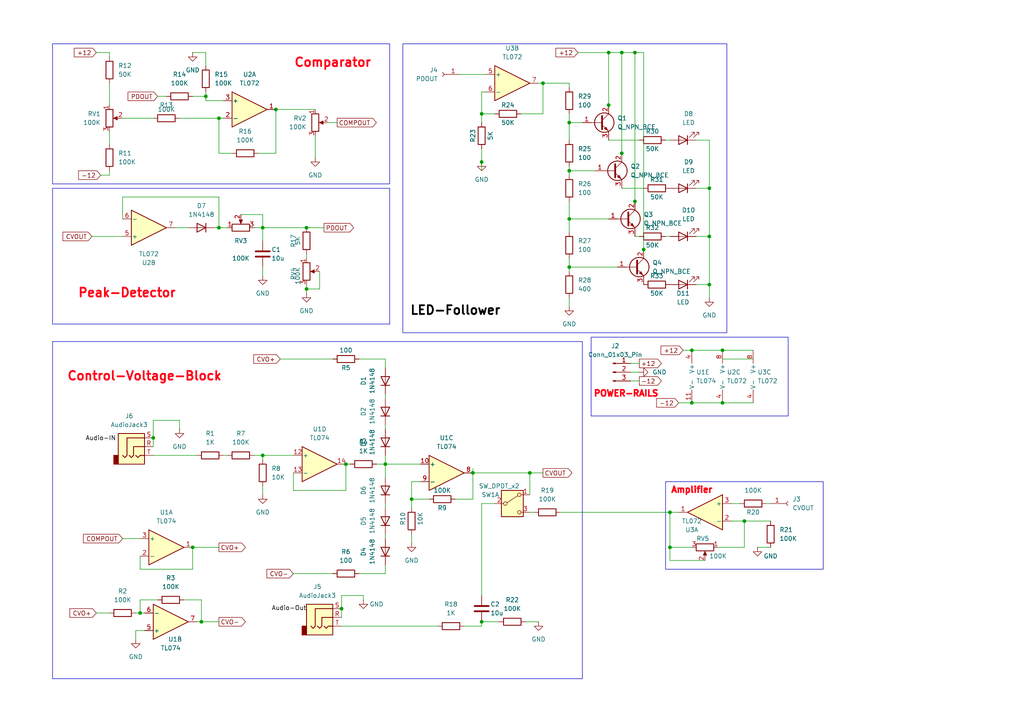
<source format=kicad_sch>
(kicad_sch (version 20250114) (generator "eeschema") (generator_version "9.0")
  (paper "A4")
  (lib_symbols
    (symbol "Amplifier_Operational:TL072" (pin_names (offset 0.127))
      (property "Reference" "U" (at 0 5.08 0))
      (property "Value" "TL072" (at 0 -5.08 0))
      (symbol "TL072_1_1"
        (pin input line (at -7.62 2.54 0) (length 2.54) (name "+") (number "3"))
        (pin input line (at -7.62 -2.54 0) (length 2.54) (name "-") (number "2"))
        (pin output line (at 7.62 0 180) (length 2.54) (name "~") (number "1"))
      )
      (symbol "TL072_2_1"
        (pin input line (at -7.62 2.54 0) (length 2.54) (name "+") (number "5"))
        (pin input line (at -7.62 -2.54 0) (length 2.54) (name "-") (number "6"))
        (pin output line (at 7.62 0 180) (length 2.54) (name "~") (number "7"))
      )
      (symbol "TL072_3_1"
        (pin power_in line (at -2.54 7.62 270) (length 3.81) (name "V+") (number "8"))
        (pin power_in line (at -2.54 -7.62 90) (length 3.81) (name "V-") (number "4"))
      )
    )
    (symbol "Amplifier_Operational:TL074" (pin_names (offset 0.127))
      (property "Reference" "U" (at 0 5.08 0))
      (property "Value" "TL074" (at 0 -5.08 0))
      (symbol "TL074_1_1"
        (pin input line (at -7.62 2.54 0) (length 2.54) (name "+") (number "3"))
        (pin input line (at -7.62 -2.54 0) (length 2.54) (name "-") (number "2"))
        (pin output line (at 7.62 0 180) (length 2.54) (name "~") (number "1"))
      )
      (symbol "TL074_2_1"
        (pin input line (at -7.62 2.54 0) (length 2.54) (name "+") (number "5"))
        (pin input line (at -7.62 -2.54 0) (length 2.54) (name "-") (number "6"))
        (pin output line (at 7.62 0 180) (length 2.54) (name "~") (number "7"))
      )
      (symbol "TL074_3_1"
        (pin input line (at -7.62 2.54 0) (length 2.54) (name "+") (number "10"))
        (pin input line (at -7.62 -2.54 0) (length 2.54) (name "-") (number "9"))
        (pin output line (at 7.62 0 180) (length 2.54) (name "~") (number "8"))
      )
      (symbol "TL074_4_1"
        (pin input line (at -7.62 2.54 0) (length 2.54) (name "+") (number "12"))
        (pin input line (at -7.62 -2.54 0) (length 2.54) (name "-") (number "13"))
        (pin output line (at 7.62 0 180) (length 2.54) (name "~") (number "14"))
      )
      (symbol "TL074_5_1"
        (pin power_in line (at -2.54 7.62 270) (length 3.81) (name "V+") (number "4"))
        (pin power_in line (at -2.54 -7.62 90) (length 3.81) (name "V-") (number "11"))
      )
    )
    (symbol "Connector:Conn_01x01_Socket" (pin_names (offset 1.016) (hide yes))
      (property "Reference" "J" (at 0 2.54 0))
      (property "Value" "Conn_01x01_Socket" (at 0 -2.54 0))
      (symbol "Conn_01x01_Socket_1_1"
        (pin passive line (at -5.08 0 0) (length 3.81) (name "Pin_1") (number "1"))
      )
    )
    (symbol "Connector:Conn_01x03_Pin" (pin_names (offset 1.016) (hide yes))
      (property "Reference" "J" (at 0 5.08 0))
      (property "Value" "Conn_01x03_Pin" (at 0 -5.08 0))
      (symbol "Conn_01x03_Pin_1_1"
        (pin passive line (at 5.08 2.54 180) (length 3.81) (name "Pin_1") (number "1"))
        (pin passive line (at 5.08 0 180) (length 3.81) (name "Pin_2") (number "2"))
        (pin passive line (at 5.08 -2.54 180) (length 3.81) (name "Pin_3") (number "3"))
      )
    )
    (symbol "Connector_Audio:AudioJack3"
      (property "Reference" "J" (at 0 8.89 0))
      (property "Value" "AudioJack3" (at 0 6.35 0))
      (symbol "AudioJack3_1_1"
        (pin passive line (at 5.08 2.54 180) (length 2.54) (name "~") (number "S"))
        (pin passive line (at 5.08 0 180) (length 2.54) (name "~") (number "R"))
        (pin passive line (at 5.08 -2.54 180) (length 2.54) (name "~") (number "T"))
      )
    )
    (symbol "Device:C" (pin_numbers (hide yes)) (pin_names (offset 0.254))
      (property "Reference" "C" (at 0.635 2.54 0))
      (property "Value" "C" (at 0.635 -2.54 0))
      (symbol "C_1_1"
        (pin passive line (at 0 3.81 270) (length 2.794) (name "~") (number "1"))
        (pin passive line (at 0 -3.81 90) (length 2.794) (name "~") (number "2"))
      )
    )
    (symbol "Device:LED" (pin_numbers (hide yes)) (pin_names (offset 1.016) (hide yes))
      (property "Reference" "D" (at 0 2.54 0))
      (property "Value" "LED" (at 0 -2.54 0))
      (symbol "LED_1_1"
        (pin passive line (at -3.81 0 0) (length 2.54) (name "K") (number "1"))
        (pin passive line (at 3.81 0 180) (length 2.54) (name "A") (number "2"))
      )
    )
    (symbol "Device:R" (pin_numbers (hide yes)) (pin_names (offset 0))
      (property "Reference" "R" (at 2.032 0 90))
      (property "Value" "R" (at 0 0 90))
      (symbol "R_1_1"
        (pin passive line (at 0 3.81 270) (length 1.27) (name "~") (number "1"))
        (pin passive line (at 0 -3.81 90) (length 1.27) (name "~") (number "2"))
      )
    )
    (symbol "Device:R_Potentiometer" (pin_names (offset 1.016) (hide yes))
      (property "Reference" "RV" (at -4.445 0 90))
      (property "Value" "R_Potentiometer" (at -2.54 0 90))
      (symbol "R_Potentiometer_1_1"
        (pin passive line (at 0 3.81 270) (length 1.27) (name "1") (number "1"))
        (pin passive line (at 0 -3.81 90) (length 1.27) (name "3") (number "3"))
        (pin passive line (at 3.81 0 180) (length 1.27) (name "2") (number "2"))
      )
    )
    (symbol "Diode:1N4148" (pin_numbers (hide yes)) (pin_names (hide yes))
      (property "Reference" "D" (at 0 2.54 0))
      (property "Value" "1N4148" (at 0 -2.54 0))
      (symbol "1N4148_1_1"
        (pin passive line (at -3.81 0 0) (length 2.54) (name "K") (number "1"))
        (pin passive line (at 3.81 0 180) (length 2.54) (name "A") (number "2"))
      )
    )
    (symbol "Switch:SW_DPDT_x2" (pin_names (offset 0) (hide yes))
      (property "Reference" "SW" (at 0 5.08 0))
      (property "Value" "SW_DPDT_x2" (at 0 -5.08 0))
      (symbol "SW_DPDT_x2_1_1"
        (pin passive line (at -5.08 0 0) (length 2.54) (name "B") (number "2"))
        (pin passive line (at 5.08 2.54 180) (length 2.54) (name "A") (number "1"))
        (pin passive line (at 5.08 -2.54 180) (length 2.54) (name "C") (number "3"))
      )
      (symbol "SW_DPDT_x2_2_1"
        (pin passive line (at -5.08 0 0) (length 2.54) (name "B") (number "5"))
        (pin passive line (at 5.08 2.54 180) (length 2.54) (name "A") (number "4"))
        (pin passive line (at 5.08 -2.54 180) (length 2.54) (name "C") (number "6"))
      )
    )
    (symbol "Transistor_BJT:Q_NPN_BCE" (pin_names (offset 0) (hide yes))
      (property "Reference" "Q" (at 5.08 1.27 0))
      (property "Value" "Q_NPN_BCE" (at 5.08 -1.27 0))
      (symbol "Q_NPN_BCE_1_1"
        (pin input line (at -5.08 0 0) (length 2.54) (name "B") (number "1"))
        (pin passive line (at 2.54 5.08 270) (length 2.54) (name "C") (number "2"))
        (pin passive line (at 2.54 -5.08 90) (length 2.54) (name "E") (number "3"))
      )
    )
    (symbol "power:GND" (power) (pin_numbers (hide yes)) (pin_names (offset 0) (hide yes))
      (property "Value" "GND" (at 0 -3.81 0))
      (symbol "GND_1_1"
        (pin power_in line (at 0 0 270) (length 0) (name "~") (number "1"))
      )
    )
  )
  (rectangle (start 193.04 139.7) (end 238.76 165.1))
  (rectangle (start 15.24 12.7) (end 113.03 53.34))
  (rectangle (start 116.84 12.7) (end 210.82 96.52))
  (rectangle (start 15.24 54.61) (end 113.03 93.98))
  (rectangle (start 15.24 99.06) (end 168.91 196.85))
  (rectangle (start 171.45 97.79) (end 228.6 120.65))
  (text "Amplifier" (at 200.66 142.24 0) (effects (font (size 1.778 1.778) (thickness 0.508) (bold yes))))
  (text "Peak-Detector\n" (at 36.83 85.09 0) (effects (font (size 2.54 2.54) (thickness 0.508) (bold yes))))
  (text "Audio-IN\n\n" (at 29.21 128.27 0) (effects (font (size 1.27 1.27))))
  (text "Audio-Out\n" (at 83.82 176.53 0) (effects (font (size 1.27 1.27))))
  (text "Comparator\n\n" (at 96.52 20.32 0) (effects (font (size 2.54 2.54) (thickness 0.508) (bold yes))))
  (text "LED-Follower" (at 132.08 90.17 0) (effects (font (size 2.54 2.54) (thickness 0.508) (bold yes))))
  (text "POWER-RAILS\n" (at 181.61 114.3 0) (effects (font (size 1.778 1.778) (thickness 0.508) (bold yes))))
  (text "Control-Voltage-Block" (at 41.91 109.22 0) (effects (font (size 2.54 2.54) (thickness 0.508) (bold yes))))
  (junction (at 205.74 68.58))
  (junction (at 58.42 180.34))
  (junction (at 180.34 15.24))
  (junction (at 186.69 72.39))
  (junction (at 59.69 27.94))
  (junction (at 63.5 66.04))
  (junction (at 55.88 158.75))
  (junction (at 139.7 46.99))
  (junction (at 209.55 116.84))
  (junction (at 137.16 137.16))
  (junction (at 76.2 132.08))
  (junction (at 205.74 54.61))
  (junction (at 88.9 66.04))
  (junction (at 184.15 15.24))
  (junction (at 165.1 49.53))
  (junction (at 176.53 30.48))
  (junction (at 80.01 31.75))
  (junction (at 139.7 33.02))
  (junction (at 63.5 34.29))
  (junction (at 215.9 151.13))
  (junction (at 157.48 24.13))
  (junction (at 165.1 77.47))
  (junction (at 194.31 158.75))
  (junction (at 200.66 101.6))
  (junction (at 44.45 127))
  (junction (at 194.31 148.59))
  (junction (at 200.66 116.84))
  (junction (at 76.2 66.04))
  (junction (at 111.76 134.62))
  (junction (at 184.15 58.42))
  (junction (at 176.53 15.24))
  (junction (at 165.1 35.56))
  (junction (at 88.9 83.82))
  (junction (at 153.67 137.16))
  (junction (at 180.34 44.45))
  (junction (at 40.64 177.8))
  (junction (at 205.74 82.55))
  (junction (at 209.55 101.6))
  (junction (at 99.06 176.53))
  (junction (at 119.38 144.78))
  (junction (at 139.7 180.34))
  (junction (at 100.33 134.62))
  (junction (at 165.1 63.5))
  (wire (pts (xy 91.44 39.37) (xy 91.44 45.72)))
  (wire (pts (xy 55.88 27.94) (xy 59.69 27.94)))
  (wire (pts (xy 105.41 172.72) (xy 105.41 173.99)))
  (wire (pts (xy 153.67 137.16) (xy 153.67 143.51)))
  (wire (pts (xy 176.53 15.24) (xy 176.53 30.48)))
  (wire (pts (xy 165.1 48.26) (xy 165.1 49.53)))
  (wire (pts (xy 35.56 156.21) (xy 40.64 156.21)))
  (wire (pts (xy 55.88 158.75) (xy 63.5 158.75)))
  (wire (pts (xy 139.7 146.05) (xy 139.7 172.72)))
  (wire (pts (xy 27.94 15.24) (xy 31.75 15.24)))
  (wire (pts (xy 180.34 45.72) (xy 180.34 44.45)))
  (wire (pts (xy 198.12 101.6) (xy 200.66 101.6)))
  (wire (pts (xy 109.22 134.62) (xy 111.76 134.62)))
  (wire (pts (xy 200.66 116.84) (xy 209.55 116.84)))
  (wire (pts (xy 205.74 54.61) (xy 205.74 68.58)))
  (wire (pts (xy 139.7 180.34) (xy 144.78 180.34)))
  (wire (pts (xy 111.76 154.94) (xy 111.76 156.21)))
  (wire (pts (xy 55.88 15.24) (xy 59.69 15.24)))
  (wire (pts (xy 193.04 68.58) (xy 194.31 68.58)))
  (wire (pts (xy 156.21 24.13) (xy 157.48 24.13)))
  (wire (pts (xy 165.1 35.56) (xy 168.91 35.56)))
  (wire (pts (xy 180.34 54.61) (xy 186.69 54.61)))
  (wire (pts (xy 58.42 173.99) (xy 58.42 180.34)))
  (wire (pts (xy 99.06 172.72) (xy 99.06 176.53)))
  (wire (pts (xy 76.2 66.04) (xy 76.2 69.85)))
  (wire (pts (xy 139.7 181.61) (xy 134.62 181.61)))
  (wire (pts (xy 139.7 180.34) (xy 139.7 181.61)))
  (wire (pts (xy 63.5 66.04) (xy 66.04 66.04)))
  (wire (pts (xy 76.2 62.23) (xy 76.2 66.04)))
  (wire (pts (xy 215.9 158.75) (xy 215.9 151.13)))
  (wire (pts (xy 180.34 44.45) (xy 180.34 15.24)))
  (wire (pts (xy 85.09 166.37) (xy 96.52 166.37)))
  (wire (pts (xy 223.52 146.05) (xy 222.25 146.05)))
  (wire (pts (xy 212.09 146.05) (xy 214.63 146.05)))
  (wire (pts (xy 31.75 49.53) (xy 31.75 50.8)))
  (wire (pts (xy 74.93 44.45) (xy 80.01 44.45)))
  (wire (pts (xy 44.45 132.08) (xy 57.15 132.08)))
  (wire (pts (xy 215.9 151.13) (xy 223.52 151.13)))
  (wire (pts (xy 62.23 66.04) (xy 63.5 66.04)))
  (wire (pts (xy 140.97 21.59) (xy 133.35 21.59)))
  (wire (pts (xy 99.06 181.61) (xy 127 181.61)))
  (wire (pts (xy 165.1 50.8) (xy 165.1 49.53)))
  (wire (pts (xy 184.15 59.69) (xy 184.15 58.42)))
  (wire (pts (xy 209.55 101.6) (xy 218.44 101.6)))
  (wire (pts (xy 209.55 104.14) (xy 218.44 104.14)))
  (wire (pts (xy 119.38 139.7) (xy 119.38 144.78)))
  (wire (pts (xy 167.64 15.24) (xy 176.53 15.24)))
  (wire (pts (xy 193.04 40.64) (xy 194.31 40.64)))
  (wire (pts (xy 63.5 44.45) (xy 63.5 34.29)))
  (wire (pts (xy 92.71 78.74) (xy 92.71 83.82)))
  (wire (pts (xy 165.1 33.02) (xy 165.1 35.56)))
  (wire (pts (xy 176.53 31.75) (xy 176.53 30.48)))
  (wire (pts (xy 35.56 57.15) (xy 63.5 57.15)))
  (wire (pts (xy 111.76 134.62) (xy 111.76 138.43)))
  (wire (pts (xy 137.16 137.16) (xy 153.67 137.16)))
  (wire (pts (xy 64.77 29.21) (xy 59.69 29.21)))
  (wire (pts (xy 121.92 139.7) (xy 119.38 139.7)))
  (wire (pts (xy 67.31 44.45) (xy 63.5 44.45)))
  (wire (pts (xy 52.07 121.92) (xy 44.45 121.92)))
  (wire (pts (xy 208.28 158.75) (xy 215.9 158.75)))
  (wire (pts (xy 76.2 77.47) (xy 76.2 80.01)))
  (wire (pts (xy 59.69 15.24) (xy 59.69 19.05)))
  (wire (pts (xy 209.55 116.84) (xy 218.44 116.84)))
  (wire (pts (xy 81.28 104.14) (xy 96.52 104.14)))
  (wire (pts (xy 63.5 34.29) (xy 64.77 34.29)))
  (wire (pts (xy 111.76 132.08) (xy 111.76 134.62)))
  (wire (pts (xy 26.67 68.58) (xy 35.56 68.58)))
  (wire (pts (xy 157.48 33.02) (xy 157.48 24.13)))
  (wire (pts (xy 50.8 66.04) (xy 54.61 66.04)))
  (wire (pts (xy 88.9 66.04) (xy 93.98 66.04)))
  (wire (pts (xy 176.53 40.64) (xy 185.42 40.64)))
  (wire (pts (xy 73.66 132.08) (xy 76.2 132.08)))
  (wire (pts (xy 219.71 158.75) (xy 223.52 158.75)))
  (wire (pts (xy 139.7 26.67) (xy 140.97 26.67)))
  (wire (pts (xy 31.75 38.1) (xy 31.75 41.91)))
  (wire (pts (xy 119.38 144.78) (xy 124.46 144.78)))
  (wire (pts (xy 59.69 27.94) (xy 59.69 26.67)))
  (wire (pts (xy 104.14 104.14) (xy 111.76 104.14)))
  (wire (pts (xy 186.69 15.24) (xy 186.69 72.39)))
  (wire (pts (xy 45.72 27.94) (xy 48.26 27.94)))
  (wire (pts (xy 201.93 68.58) (xy 205.74 68.58)))
  (wire (pts (xy 180.34 15.24) (xy 184.15 15.24)))
  (wire (pts (xy 40.64 177.8) (xy 41.91 177.8)))
  (wire (pts (xy 88.9 82.55) (xy 88.9 83.82)))
  (wire (pts (xy 76.2 132.08) (xy 76.2 133.35)))
  (wire (pts (xy 31.75 15.24) (xy 31.75 16.51)))
  (wire (pts (xy 153.67 148.59) (xy 154.94 148.59)))
  (wire (pts (xy 184.15 15.24) (xy 186.69 15.24)))
  (wire (pts (xy 44.45 127) (xy 44.45 129.54)))
  (wire (pts (xy 137.16 135.89) (xy 137.16 137.16)))
  (wire (pts (xy 165.1 58.42) (xy 165.1 63.5)))
  (wire (pts (xy 41.91 182.88) (xy 39.37 182.88)))
  (wire (pts (xy 165.1 74.93) (xy 165.1 77.47)))
  (wire (pts (xy 152.4 180.34) (xy 156.21 180.34)))
  (wire (pts (xy 95.25 35.56) (xy 97.79 35.56)))
  (wire (pts (xy 151.13 33.02) (xy 157.48 33.02)))
  (wire (pts (xy 85.09 142.24) (xy 100.33 142.24)))
  (wire (pts (xy 58.42 180.34) (xy 57.15 180.34)))
  (wire (pts (xy 165.1 40.64) (xy 165.1 35.56)))
  (wire (pts (xy 119.38 154.94) (xy 119.38 157.48)))
  (wire (pts (xy 201.93 82.55) (xy 205.74 82.55)))
  (wire (pts (xy 186.69 73.66) (xy 186.69 72.39)))
  (wire (pts (xy 165.1 86.36) (xy 165.1 88.9)))
  (wire (pts (xy 184.15 68.58) (xy 185.42 68.58)))
  (wire (pts (xy 165.1 25.4) (xy 165.1 24.13)))
  (wire (pts (xy 205.74 68.58) (xy 205.74 82.55)))
  (wire (pts (xy 176.53 15.24) (xy 180.34 15.24)))
  (wire (pts (xy 35.56 34.29) (xy 44.45 34.29)))
  (wire (pts (xy 194.31 148.59) (xy 194.31 158.75)))
  (wire (pts (xy 111.76 163.83) (xy 111.76 166.37)))
  (wire (pts (xy 100.33 142.24) (xy 100.33 134.62)))
  (wire (pts (xy 105.41 172.72) (xy 99.06 172.72)))
  (wire (pts (xy 111.76 123.19) (xy 111.76 124.46)))
  (wire (pts (xy 99.06 176.53) (xy 99.06 179.07)))
  (wire (pts (xy 201.93 54.61) (xy 205.74 54.61)))
  (wire (pts (xy 200.66 101.6) (xy 209.55 101.6)))
  (wire (pts (xy 111.76 134.62) (xy 121.92 134.62)))
  (wire (pts (xy 40.64 173.99) (xy 40.64 177.8)))
  (wire (pts (xy 182.88 107.95) (xy 185.42 107.95)))
  (wire (pts (xy 27.94 177.8) (xy 31.75 177.8)))
  (wire (pts (xy 100.33 134.62) (xy 101.6 134.62)))
  (wire (pts (xy 63.5 57.15) (xy 63.5 66.04)))
  (wire (pts (xy 119.38 144.78) (xy 119.38 147.32)))
  (wire (pts (xy 111.76 146.05) (xy 111.76 147.32)))
  (wire (pts (xy 132.08 144.78) (xy 137.16 144.78)))
  (wire (pts (xy 196.85 116.84) (xy 200.66 116.84)))
  (wire (pts (xy 153.67 137.16) (xy 157.48 137.16)))
  (wire (pts (xy 165.1 77.47) (xy 165.1 78.74)))
  (wire (pts (xy 73.66 66.04) (xy 76.2 66.04)))
  (wire (pts (xy 165.1 67.31) (xy 165.1 63.5)))
  (wire (pts (xy 111.76 114.3) (xy 111.76 115.57)))
  (wire (pts (xy 157.48 24.13) (xy 165.1 24.13)))
  (wire (pts (xy 76.2 66.04) (xy 88.9 66.04)))
  (wire (pts (xy 194.31 162.56) (xy 204.47 162.56)))
  (wire (pts (xy 143.51 33.02) (xy 139.7 33.02)))
  (wire (pts (xy 76.2 132.08) (xy 85.09 132.08)))
  (wire (pts (xy 165.1 63.5) (xy 176.53 63.5)))
  (wire (pts (xy 165.1 77.47) (xy 179.07 77.47)))
  (wire (pts (xy 194.31 158.75) (xy 194.31 162.56)))
  (wire (pts (xy 59.69 29.21) (xy 59.69 27.94)))
  (wire (pts (xy 44.45 121.92) (xy 44.45 127)))
  (wire (pts (xy 40.64 161.29) (xy 40.64 165.1)))
  (wire (pts (xy 201.93 40.64) (xy 205.74 40.64)))
  (wire (pts (xy 52.07 34.29) (xy 63.5 34.29)))
  (wire (pts (xy 31.75 50.8) (xy 29.21 50.8)))
  (wire (pts (xy 45.72 173.99) (xy 40.64 173.99)))
  (wire (pts (xy 139.7 46.99) (xy 139.7 49.53)))
  (wire (pts (xy 80.01 31.75) (xy 80.01 44.45)))
  (wire (pts (xy 53.34 173.99) (xy 58.42 173.99)))
  (wire (pts (xy 58.42 180.34) (xy 63.5 180.34)))
  (wire (pts (xy 39.37 177.8) (xy 40.64 177.8)))
  (wire (pts (xy 162.56 148.59) (xy 194.31 148.59)))
  (wire (pts (xy 205.74 40.64) (xy 205.74 54.61)))
  (wire (pts (xy 55.88 165.1) (xy 55.88 158.75)))
  (wire (pts (xy 194.31 158.75) (xy 200.66 158.75)))
  (wire (pts (xy 52.07 124.46) (xy 52.07 121.92)))
  (wire (pts (xy 143.51 146.05) (xy 139.7 146.05)))
  (wire (pts (xy 39.37 182.88) (xy 39.37 185.42)))
  (wire (pts (xy 40.64 165.1) (xy 55.88 165.1)))
  (wire (pts (xy 80.01 31.75) (xy 91.44 31.75)))
  (wire (pts (xy 64.77 132.08) (xy 66.04 132.08)))
  (wire (pts (xy 31.75 24.13) (xy 31.75 30.48)))
  (wire (pts (xy 205.74 82.55) (xy 205.74 86.36)))
  (wire (pts (xy 182.88 105.41) (xy 185.42 105.41)))
  (wire (pts (xy 139.7 43.18) (xy 139.7 46.99)))
  (wire (pts (xy 111.76 166.37) (xy 104.14 166.37)))
  (wire (pts (xy 88.9 83.82) (xy 88.9 85.09)))
  (wire (pts (xy 137.16 137.16) (xy 137.16 144.78)))
  (wire (pts (xy 165.1 49.53) (xy 172.72 49.53)))
  (wire (pts (xy 139.7 26.67) (xy 139.7 33.02)))
  (wire (pts (xy 212.09 151.13) (xy 215.9 151.13)))
  (wire (pts (xy 92.71 83.82) (xy 88.9 83.82)))
  (wire (pts (xy 182.88 110.49) (xy 185.42 110.49)))
  (wire (pts (xy 85.09 137.16) (xy 85.09 142.24)))
  (wire (pts (xy 111.76 104.14) (xy 111.76 106.68)))
  (wire (pts (xy 69.85 62.23) (xy 76.2 62.23)))
  (wire (pts (xy 35.56 63.5) (xy 35.56 57.15)))
  (wire (pts (xy 88.9 73.66) (xy 88.9 74.93)))
  (wire (pts (xy 76.2 140.97) (xy 76.2 143.51)))
  (wire (pts (xy 184.15 58.42) (xy 184.15 15.24)))
  (wire (pts (xy 194.31 148.59) (xy 196.85 148.59)))
  (wire (pts (xy 139.7 33.02) (xy 139.7 35.56)))
  (global_label "CVO-" (shape input) (at 85.09 166.37 180) (property "Intersheetrefs" "${INTERSHEET_REFS}" (effects (hide yes))))
  (global_label "+12" (shape input) (at 198.12 101.6 180) (property "Intersheetrefs" "${INTERSHEET_REFS}" (effects (hide yes))))
  (global_label "-12" (shape input) (at 29.21 50.8 180) (property "Intersheetrefs" "${INTERSHEET_REFS}" (effects (hide yes))))
  (global_label "CVO+" (shape input) (at 27.94 177.8 180) (property "Intersheetrefs" "${INTERSHEET_REFS}" (effects (hide yes))))
  (global_label "-12" (shape input) (at 196.85 116.84 180) (property "Intersheetrefs" "${INTERSHEET_REFS}" (effects (hide yes))))
  (global_label "CVOUT" (shape input) (at 26.67 68.58 180) (property "Intersheetrefs" "${INTERSHEET_REFS}" (effects (hide yes))))
  (global_label "+12" (shape input) (at 27.94 15.24 180) (property "Intersheetrefs" "${INTERSHEET_REFS}" (effects (hide yes))))
  (global_label "+12" (shape input) (at 167.64 15.24 180) (property "Intersheetrefs" "${INTERSHEET_REFS}" (effects (hide yes))))
  (global_label "COMPOUT" (shape input) (at 35.56 156.21 180) (property "Intersheetrefs" "${INTERSHEET_REFS}" (effects (hide yes))))
  (global_label "CVOUT" (shape output) (at 157.48 137.16 0) (property "Intersheetrefs" "${INTERSHEET_REFS}" (effects (hide yes))))
  (global_label "CVO-" (shape output) (at 63.5 180.34 0) (property "Intersheetrefs" "${INTERSHEET_REFS}" (effects (hide yes))))
  (global_label "+12" (shape output) (at 185.42 105.41 0) (property "Intersheetrefs" "${INTERSHEET_REFS}" (effects (hide yes))))
  (global_label "COMPOUT" (shape output) (at 97.79 35.56 0) (property "Intersheetrefs" "${INTERSHEET_REFS}" (effects (hide yes))))
  (global_label "PDOUT" (shape output) (at 93.98 66.04 0) (property "Intersheetrefs" "${INTERSHEET_REFS}" (effects (hide yes))))
  (global_label "PDOUT" (shape input) (at 45.72 27.94 180) (property "Intersheetrefs" "${INTERSHEET_REFS}" (effects (hide yes))))
  (global_label "CVO+" (shape output) (at 63.5 158.75 0) (property "Intersheetrefs" "${INTERSHEET_REFS}" (effects (hide yes))))
  (global_label "-12" (shape output) (at 185.42 110.49 0) (property "Intersheetrefs" "${INTERSHEET_REFS}" (effects (hide yes))))
  (global_label "CVO+" (shape input) (at 81.28 104.14 180) (property "Intersheetrefs" "${INTERSHEET_REFS}" (effects (hide yes))))
  (symbol (lib_id "Amplifier_Operational:TL072") (at 43.18 66.04 0) (mirror x) (unit 2)
    (property "Reference" "U2" (at 43.18 76.2 0))
    (property "Value" "TL072" (at 43.18 73.66 0))
    (property "Footprint" "Package_DIP:DIP-8_W7.62mm_Socket_LongPads" (effects (hide yes)))
    (property "Datasheet" "http://www.ti.com/lit/ds/symlink/tl071.pdf" (effects (hide yes)))
    (property "Description" "Dual Low-Noise JFET-Input Operational Amplifiers, DIP-8/SOIC-8" (effects (hide yes)))
  )
  (symbol (lib_id "Transistor_BJT:Q_NPN_BCE") (at 184.15 77.47 0) (unit 1)
    (property "Reference" "Q4" (at 189.23 76.1999 0) (effects (justify left)))
    (property "Value" "Q_NPN_BCE" (at 189.23 78.7399 0) (effects (justify left)))
    (property "Footprint" "Package_TO_SOT_THT:TO-92" (effects (hide yes)))
    (property "Description" "NPN transistor, base/collector/emitter" (effects (hide yes)))
  )
  (symbol (lib_id "Amplifier_Operational:TL072") (at 204.47 148.59 0) (mirror y) (unit 1)
    (property "Reference" "U3" (at 200.66 153.67 0))
    (property "Value" "TL072" (at 200.66 151.13 0))
    (property "Footprint" "Package_DIP:DIP-8_W7.62mm" (effects (hide yes)))
    (property "Datasheet" "http://www.ti.com/lit/ds/symlink/tl071.pdf" (effects (hide yes)))
    (property "Description" "Dual Low-Noise JFET-Input Operational Amplifiers, DIP-8/SOIC-8" (effects (hide yes)))
  )
  (symbol (lib_id "power:GND") (at 219.71 158.75 0) (unit 1)
    (property "Reference" "#PWR011" (effects (hide yes)))
    (property "Value" "GND" (at 223.52 161.29 0))
    (property "Description" "Power symbol creates a global label with name \"GND\" , ground" (effects (hide yes)))
  )
  (symbol (lib_id "Device:R") (at 165.1 82.55 180) (unit 1)
    (property "Reference" "R28" (at 167.64 81.2799 0) (effects (justify right)))
    (property "Value" "400" (at 167.64 83.8199 0) (effects (justify right)))
    (property "Footprint" "Resistor_THT:R_Axial_DIN0204_L3.6mm_D1.6mm_P7.62mm_Horizontal" (effects (hide yes)))
    (property "Description" "Resistor" (effects (hide yes)))
  )
  (symbol (lib_id "Device:R") (at 139.7 39.37 180) (unit 1)
    (property "Reference" "R23" (at 137.16 39.37 90))
    (property "Value" "5K" (at 142.24 39.37 90))
    (property "Footprint" "Resistor_THT:R_Axial_DIN0204_L3.6mm_D1.6mm_P7.62mm_Horizontal" (effects (hide yes)))
    (property "Description" "Resistor" (effects (hide yes)))
  )
  (symbol (lib_id "Diode:1N4148") (at 111.76 142.24 90) (unit 1)
    (property "Reference" "D6" (at 105.41 142.24 0))
    (property "Value" "1N4148" (at 107.95 142.24 0))
    (property "Footprint" "Diode_THT:D_DO-35_SOD27_P7.62mm_Horizontal" (effects (hide yes)))
    (property "Datasheet" "https://assets.nexperia.com/documents/data-sheet/1N4148_1N4448.pdf" (effects (hide yes)))
    (property "Description" "100V 0.15A standard switching diode, DO-35" (effects (hide yes)))
    (property "Sim.Device" "D" (effects (hide yes)))
    (property "Sim.Pins" "1=K 2=A" (effects (hide yes)))
  )
  (symbol (lib_id "power:GND") (at 205.74 86.36 0) (unit 1)
    (property "Reference" "#PWR013" (effects (hide yes)))
    (property "Value" "GND" (at 205.74 91.44 0))
    (property "Description" "Power symbol creates a global label with name \"GND\" , ground" (effects (hide yes)))
  )
  (symbol (lib_id "Amplifier_Operational:TL074") (at 203.2 109.22 0) (unit 5)
    (property "Reference" "U1" (at 201.93 107.9499 0) (effects (justify left)))
    (property "Value" "TL074" (at 201.93 110.4899 0) (effects (justify left)))
    (property "Footprint" "Package_DIP:DIP-14_W7.62mm" (effects (hide yes)))
    (property "Datasheet" "http://www.ti.com/lit/ds/symlink/tl071.pdf" (effects (hide yes)))
    (property "Description" "Quad Low-Noise JFET-Input Operational Amplifiers, DIP-14/SOIC-14" (effects (hide yes)))
  )
  (symbol (lib_id "Device:R") (at 31.75 20.32 180) (unit 1)
    (property "Reference" "R12" (at 34.29 19.0499 0) (effects (justify right)))
    (property "Value" "50K" (at 34.29 21.5899 0) (effects (justify right)))
    (property "Footprint" "Resistor_THT:R_Axial_DIN0204_L3.6mm_D1.6mm_P7.62mm_Horizontal" (effects (hide yes)))
    (property "Description" "Resistor" (effects (hide yes)))
  )
  (symbol (lib_id "Connector:Conn_01x01_Socket") (at 128.27 21.59 0) (mirror y) (unit 1)
    (property "Reference" "J4" (at 127 20.3199 0) (effects (justify left)))
    (property "Value" "PDOUT" (at 127 22.8599 0) (effects (justify left)))
    (property "Footprint" "Connector_PinSocket_2.54mm:PinSocket_1x01_P2.54mm_Horizontal" (effects (hide yes)))
    (property "Description" "Generic connector, single row, 01x01, script generated" (effects (hide yes)))
  )
  (symbol (lib_id "Connector_Audio:AudioJack3") (at 39.37 129.54 0) (unit 1)
    (property "Reference" "J6" (at 37.465 120.65 0))
    (property "Value" "AudioJack3" (at 37.465 123.19 0))
    (property "Footprint" "Connector_Audio:Jack_6.35mm_Neutrik_NJ3FD-V_Vertical" (effects (hide yes)))
    (property "Description" "Audio Jack, 3 Poles (Stereo / TRS)" (effects (hide yes)))
  )
  (symbol (lib_id "power:GND") (at 52.07 124.46 0) (unit 1)
    (property "Reference" "#PWR01" (effects (hide yes)))
    (property "Value" "GND" (at 52.07 129.54 0))
    (property "Description" "Power symbol creates a global label with name \"GND\" , ground" (effects (hide yes)))
  )
  (symbol (lib_id "Device:R") (at 189.23 40.64 90) (unit 1)
    (property "Reference" "R30" (at 189.23 38.1 90))
    (property "Value" "50K" (at 189.23 43.18 90))
    (property "Footprint" "Resistor_THT:R_Axial_DIN0204_L3.6mm_D1.6mm_P7.62mm_Horizontal" (effects (hide yes)))
    (property "Description" "Resistor" (effects (hide yes)))
  )
  (symbol (lib_id "Device:R") (at 88.9 69.85 180) (unit 1)
    (property "Reference" "R17" (at 85.09 69.85 90))
    (property "Value" "5K" (at 86.36 69.85 90))
    (property "Footprint" "Resistor_THT:R_Axial_DIN0204_L3.6mm_D1.6mm_P7.62mm_Horizontal" (effects (hide yes)))
    (property "Description" "Resistor" (effects (hide yes)))
  )
  (symbol (lib_id "Amplifier_Operational:TL072") (at 212.09 109.22 0) (unit 3)
    (property "Reference" "U2" (at 210.82 107.9499 0) (effects (justify left)))
    (property "Value" "TL072" (at 210.82 110.4899 0) (effects (justify left)))
    (property "Footprint" "Package_DIP:DIP-8_W7.62mm_Socket_LongPads" (effects (hide yes)))
    (property "Datasheet" "http://www.ti.com/lit/ds/symlink/tl071.pdf" (effects (hide yes)))
    (property "Description" "Dual Low-Noise JFET-Input Operational Amplifiers, DIP-8/SOIC-8" (effects (hide yes)))
  )
  (symbol (lib_id "Device:R_Potentiometer") (at 31.75 34.29 0) (unit 1)
    (property "Reference" "RV1" (at 29.21 33.0199 0) (effects (justify right)))
    (property "Value" "100K" (at 29.21 35.5599 0) (effects (justify right)))
    (property "Footprint" "Potentiometer_THT:Potentiometer_Bourns_3386P_Vertical" (effects (hide yes)))
    (property "Description" "Potentiometer" (effects (hide yes)))
  )
  (symbol (lib_id "Diode:1N4148") (at 111.76 119.38 90) (unit 1)
    (property "Reference" "D2" (at 105.41 119.38 0))
    (property "Value" "1N4148" (at 107.95 119.38 0))
    (property "Footprint" "Diode_THT:D_DO-35_SOD27_P7.62mm_Horizontal" (effects (hide yes)))
    (property "Datasheet" "https://assets.nexperia.com/documents/data-sheet/1N4148_1N4448.pdf" (effects (hide yes)))
    (property "Description" "100V 0.15A standard switching diode, DO-35" (effects (hide yes)))
    (property "Sim.Device" "D" (effects (hide yes)))
    (property "Sim.Pins" "1=K 2=A" (effects (hide yes)))
  )
  (symbol (lib_id "Amplifier_Operational:TL074") (at 92.71 134.62 0) (unit 4)
    (property "Reference" "U1" (at 92.71 124.46 0))
    (property "Value" "TL074" (at 92.71 127 0))
    (property "Footprint" "Package_DIP:DIP-14_W7.62mm" (effects (hide yes)))
    (property "Datasheet" "http://www.ti.com/lit/ds/symlink/tl071.pdf" (effects (hide yes)))
    (property "Description" "Quad Low-Noise JFET-Input Operational Amplifiers, DIP-14/SOIC-14" (effects (hide yes)))
  )
  (symbol (lib_id "power:GND") (at 185.42 107.95 90) (unit 1)
    (property "Reference" "#PWR04" (effects (hide yes)))
    (property "Value" "GND" (at 189.23 107.9499 90) (effects (justify right)))
    (property "Description" "Power symbol creates a global label with name \"GND\" , ground" (effects (hide yes)))
  )
  (symbol (lib_id "Device:R") (at 218.44 146.05 90) (unit 1)
    (property "Reference" "R20" (at 218.44 148.59 90))
    (property "Value" "100K" (at 218.44 142.24 90))
    (property "Footprint" "Resistor_THT:R_Axial_DIN0204_L3.6mm_D1.6mm_P7.62mm_Horizontal" (effects (hide yes)))
    (property "Description" "Resistor" (effects (hide yes)))
  )
  (symbol (lib_id "Device:R") (at 165.1 54.61 180) (unit 1)
    (property "Reference" "R26" (at 167.64 53.3399 0) (effects (justify right)))
    (property "Value" "100" (at 167.64 55.8799 0) (effects (justify right)))
    (property "Footprint" "Resistor_THT:R_Axial_DIN0204_L3.6mm_D1.6mm_P7.62mm_Horizontal" (effects (hide yes)))
    (property "Description" "Resistor" (effects (hide yes)))
  )
  (symbol (lib_id "Device:R") (at 128.27 144.78 90) (unit 1)
    (property "Reference" "R9" (at 128.27 147.32 90))
    (property "Value" "100K" (at 128.27 142.24 90))
    (property "Footprint" "Resistor_THT:R_Axial_DIN0204_L3.6mm_D1.6mm_P7.62mm_Horizontal" (effects (hide yes)))
    (property "Description" "Resistor" (effects (hide yes)))
  )
  (symbol (lib_id "Device:R_Potentiometer") (at 204.47 158.75 270) (unit 1)
    (property "Reference" "RV5" (at 205.74 156.21 90) (effects (justify right)))
    (property "Value" "100K" (at 210.82 161.29 90) (effects (justify right)))
    (property "Footprint" "Potentiometer_THT:Potentiometer_Bourns_3386P_Vertical" (effects (hide yes)))
    (property "Description" "Potentiometer" (effects (hide yes)))
  )
  (symbol (lib_id "Device:R_Potentiometer") (at 88.9 78.74 0) (unit 1)
    (property "Reference" "RV4" (at 85.09 77.47 90) (effects (justify right)))
    (property "Value" "100K" (at 86.36 77.47 90) (effects (justify right)))
    (property "Footprint" "Potentiometer_THT:Potentiometer_Bourns_3386P_Vertical" (effects (hide yes)))
    (property "Description" "Potentiometer" (effects (hide yes)))
  )
  (symbol (lib_id "Amplifier_Operational:TL074") (at 49.53 180.34 0) (mirror x) (unit 2)
    (property "Reference" "U1" (at 50.8 185.42 0))
    (property "Value" "TL074" (at 49.53 187.96 0))
    (property "Footprint" "Package_DIP:DIP-14_W7.62mm" (effects (hide yes)))
    (property "Datasheet" "http://www.ti.com/lit/ds/symlink/tl071.pdf" (effects (hide yes)))
    (property "Description" "Quad Low-Noise JFET-Input Operational Amplifiers, DIP-14/SOIC-14" (effects (hide yes)))
  )
  (symbol (lib_id "Device:R") (at 147.32 33.02 90) (unit 1)
    (property "Reference" "R24" (at 147.32 30.48 90))
    (property "Value" "50K" (at 147.32 35.56 90))
    (property "Footprint" "Resistor_THT:R_Axial_DIN0204_L3.6mm_D1.6mm_P7.62mm_Horizontal" (effects (hide yes)))
    (property "Description" "Resistor" (effects (hide yes)))
  )
  (symbol (lib_id "power:GND") (at 76.2 80.01 0) (unit 1)
    (property "Reference" "#PWR08" (effects (hide yes)))
    (property "Value" "GND" (at 76.2 85.09 0))
    (property "Description" "Power symbol creates a global label with name \"GND\" , ground" (effects (hide yes)))
  )
  (symbol (lib_id "power:GND") (at 91.44 45.72 0) (unit 1)
    (property "Reference" "#PWR07" (effects (hide yes)))
    (property "Value" "GND" (at 91.44 50.8 0))
    (property "Description" "Power symbol creates a global label with name \"GND\" , ground" (effects (hide yes)))
  )
  (symbol (lib_id "Connector:Conn_01x01_Socket") (at 228.6 146.05 0) (unit 1)
    (property "Reference" "J3" (at 229.87 144.7799 0) (effects (justify left)))
    (property "Value" "CVOUT" (at 229.87 147.3199 0) (effects (justify left)))
    (property "Footprint" "Connector_PinSocket_2.54mm:PinSocket_1x01_P2.54mm_Horizontal" (effects (hide yes)))
    (property "Description" "Generic connector, single row, 01x01, script generated" (effects (hide yes)))
  )
  (symbol (lib_id "Device:LED") (at 198.12 54.61 180) (unit 1)
    (property "Reference" "D9" (at 199.7075 46.99 0))
    (property "Value" "LED" (at 199.7075 49.53 0))
    (property "Footprint" "LED_THT:LED_D3.0mm_Horizontal_O1.27mm_Z2.0mm" (effects (hide yes)))
    (property "Description" "Light emitting diode" (effects (hide yes)))
    (property "Sim.Pins" "1=K 2=A" (effects (hide yes)))
  )
  (symbol (lib_id "Device:R") (at 100.33 104.14 90) (unit 1)
    (property "Reference" "R5" (at 100.33 106.68 90))
    (property "Value" "100" (at 100.33 101.6 90))
    (property "Footprint" "Resistor_THT:R_Axial_DIN0204_L3.6mm_D1.6mm_P7.62mm_Horizontal" (effects (hide yes)))
    (property "Description" "Resistor" (effects (hide yes)))
  )
  (symbol (lib_id "Switch:SW_DPDT_x2") (at 148.59 146.05 0) (unit 1)
    (property "Reference" "SW1" (at 142.24 143.51 0))
    (property "Value" "SW_DPDT_x2" (at 144.78 140.97 0))
    (property "Footprint" "Button_Switch_THT:SW_CK_JS202011CQN_DPDT_Straight" (effects (hide yes)))
    (property "Description" "Switch, dual pole double throw, separate symbols" (effects (hide yes)))
  )
  (symbol (lib_id "Diode:1N4148") (at 111.76 151.13 90) (unit 1)
    (property "Reference" "D5" (at 105.41 151.13 0))
    (property "Value" "1N4148" (at 107.95 151.13 0))
    (property "Footprint" "Diode_THT:D_DO-35_SOD27_P7.62mm_Horizontal" (effects (hide yes)))
    (property "Datasheet" "https://assets.nexperia.com/documents/data-sheet/1N4148_1N4448.pdf" (effects (hide yes)))
    (property "Description" "100V 0.15A standard switching diode, DO-35" (effects (hide yes)))
    (property "Sim.Device" "D" (effects (hide yes)))
    (property "Sim.Pins" "1=K 2=A" (effects (hide yes)))
  )
  (symbol (lib_id "Transistor_BJT:Q_NPN_BCE") (at 177.8 49.53 0) (unit 1)
    (property "Reference" "Q2" (at 182.88 48.2599 0) (effects (justify left)))
    (property "Value" "Q_NPN_BCE" (at 182.88 50.7999 0) (effects (justify left)))
    (property "Footprint" "Package_TO_SOT_THT:TO-92" (effects (hide yes)))
    (property "Description" "NPN transistor, base/collector/emitter" (effects (hide yes)))
  )
  (symbol (lib_id "power:GND") (at 105.41 173.99 0) (unit 1)
    (property "Reference" "#PWR010" (effects (hide yes)))
    (property "Value" "GND" (at 109.22 175.26 0))
    (property "Description" "Power symbol creates a global label with name \"GND\" , ground" (effects (hide yes)))
  )
  (symbol (lib_id "Amplifier_Operational:TL072") (at 220.98 109.22 0) (unit 3)
    (property "Reference" "U3" (at 219.71 107.9499 0) (effects (justify left)))
    (property "Value" "TL072" (at 219.71 110.4899 0) (effects (justify left)))
    (property "Footprint" "Package_DIP:DIP-8_W7.62mm" (effects (hide yes)))
    (property "Datasheet" "http://www.ti.com/lit/ds/symlink/tl071.pdf" (effects (hide yes)))
    (property "Description" "Dual Low-Noise JFET-Input Operational Amplifiers, DIP-8/SOIC-8" (effects (hide yes)))
  )
  (symbol (lib_id "Device:R") (at 100.33 166.37 90) (unit 1)
    (property "Reference" "R6" (at 100.33 160.02 90))
    (property "Value" "100" (at 100.33 162.56 90))
    (property "Footprint" "Resistor_THT:R_Axial_DIN0204_L3.6mm_D1.6mm_P7.62mm_Horizontal" (effects (hide yes)))
    (property "Description" "Resistor" (effects (hide yes)))
  )
  (symbol (lib_id "Device:C") (at 76.2 73.66 0) (unit 1)
    (property "Reference" "C1" (at 78.74 72.39 0) (effects (justify left)))
    (property "Value" "10u" (at 78.74 74.93 0) (effects (justify left)))
    (property "Footprint" "Capacitor_THT:C_Radial_D6.3mm_H5.0mm_P2.50mm" (effects (hide yes)))
    (property "Description" "Unpolarized capacitor" (effects (hide yes)))
  )
  (symbol (lib_id "power:GND") (at 55.88 15.24 0) (unit 1)
    (property "Reference" "#PWR06" (effects (hide yes)))
    (property "Value" "GND" (at 55.88 20.32 0))
    (property "Description" "Power symbol creates a global label with name \"GND\" , ground" (effects (hide yes)))
  )
  (symbol (lib_id "Device:R") (at 223.52 154.94 180) (unit 1)
    (property "Reference" "R21" (at 226.06 153.6699 0) (effects (justify right)))
    (property "Value" "100K" (at 226.06 156.2099 0) (effects (justify right)))
    (property "Footprint" "Resistor_THT:R_Axial_DIN0204_L3.6mm_D1.6mm_P7.62mm_Horizontal" (effects (hide yes)))
    (property "Description" "Resistor" (effects (hide yes)))
  )
  (symbol (lib_id "Device:R") (at 60.96 132.08 90) (unit 1)
    (property "Reference" "R1" (at 60.96 125.73 90))
    (property "Value" "1K" (at 60.96 128.27 90))
    (property "Footprint" "Resistor_THT:R_Axial_DIN0204_L3.6mm_D1.6mm_P7.62mm_Horizontal" (effects (hide yes)))
    (property "Description" "Resistor" (effects (hide yes)))
  )
  (symbol (lib_id "Device:R") (at 189.23 68.58 90) (unit 1)
    (property "Reference" "R32" (at 189.23 66.04 90))
    (property "Value" "50K" (at 189.23 71.12 90))
    (property "Footprint" "Resistor_THT:R_Axial_DIN0204_L3.6mm_D1.6mm_P7.62mm_Horizontal" (effects (hide yes)))
    (property "Description" "Resistor" (effects (hide yes)))
  )
  (symbol (lib_id "power:GND") (at 119.38 157.48 0) (unit 1)
    (property "Reference" "#PWR05" (effects (hide yes)))
    (property "Value" "GND" (at 119.38 162.56 0))
    (property "Description" "Power symbol creates a global label with name \"GND\" , ground" (effects (hide yes)))
  )
  (symbol (lib_id "Device:R") (at 76.2 137.16 180) (unit 1)
    (property "Reference" "R8" (at 78.74 135.8899 0) (effects (justify right)))
    (property "Value" "10K" (at 78.74 138.4299 0) (effects (justify right)))
    (property "Footprint" "Resistor_THT:R_Axial_DIN0204_L3.6mm_D1.6mm_P7.62mm_Horizontal" (effects (hide yes)))
    (property "Description" "Resistor" (effects (hide yes)))
  )
  (symbol (lib_id "Connector:Conn_01x03_Pin") (at 177.8 107.95 0) (unit 1)
    (property "Reference" "J2" (at 178.435 100.33 0))
    (property "Value" "Conn_01x03_Pin" (at 178.435 102.87 0))
    (property "Footprint" "Connector_Phoenix_MC_HighVoltage:PhoenixContact_MC_1,5_3-G-5.08_1x03_P5.08mm_Horizontal" (effects (hide yes)))
    (property "Description" "Generic connector, single row, 01x03, script generated" (effects (hide yes)))
  )
  (symbol (lib_id "Device:LED") (at 198.12 40.64 180) (unit 1)
    (property "Reference" "D8" (at 199.7075 33.02 0))
    (property "Value" "LED" (at 199.7075 35.56 0))
    (property "Footprint" "LED_THT:LED_D3.0mm_Horizontal_O1.27mm_Z2.0mm" (effects (hide yes)))
    (property "Description" "Light emitting diode" (effects (hide yes)))
    (property "Sim.Pins" "1=K 2=A" (effects (hide yes)))
  )
  (symbol (lib_id "Connector_Audio:AudioJack3") (at 93.98 179.07 0) (unit 1)
    (property "Reference" "J5" (at 92.075 170.18 0))
    (property "Value" "AudioJack3" (at 92.075 172.72 0))
    (property "Footprint" "Connector_Audio:Jack_6.35mm_Neutrik_NJ3FD-V_Vertical" (effects (hide yes)))
    (property "Description" "Audio Jack, 3 Poles (Stereo / TRS)" (effects (hide yes)))
  )
  (symbol (lib_id "Device:R") (at 158.75 148.59 90) (unit 1)
    (property "Reference" "R19" (at 158.75 142.24 90))
    (property "Value" "100K" (at 158.75 144.78 90))
    (property "Footprint" "Resistor_THT:R_Axial_DIN0204_L3.6mm_D1.6mm_P7.62mm_Horizontal" (effects (hide yes)))
    (property "Description" "Resistor" (effects (hide yes)))
  )
  (symbol (lib_id "Device:LED") (at 198.12 82.55 180) (unit 1)
    (property "Reference" "D11" (at 198.12 85.09 0))
    (property "Value" "LED" (at 198.12 87.63 0))
    (property "Footprint" "LED_THT:LED_D3.0mm_Horizontal_O1.27mm_Z2.0mm" (effects (hide yes)))
    (property "Description" "Light emitting diode" (effects (hide yes)))
    (property "Sim.Pins" "1=K 2=A" (effects (hide yes)))
  )
  (symbol (lib_id "Diode:1N4148") (at 111.76 160.02 90) (unit 1)
    (property "Reference" "D4" (at 105.41 160.02 0))
    (property "Value" "1N4148" (at 107.95 160.02 0))
    (property "Footprint" "Diode_THT:D_DO-35_SOD27_P7.62mm_Horizontal" (effects (hide yes)))
    (property "Datasheet" "https://assets.nexperia.com/documents/data-sheet/1N4148_1N4448.pdf" (effects (hide yes)))
    (property "Description" "100V 0.15A standard switching diode, DO-35" (effects (hide yes)))
    (property "Sim.Device" "D" (effects (hide yes)))
    (property "Sim.Pins" "1=K 2=A" (effects (hide yes)))
  )
  (symbol (lib_id "Diode:1N4148") (at 111.76 110.49 90) (unit 1)
    (property "Reference" "D1" (at 105.41 110.49 0))
    (property "Value" "1N4148" (at 107.95 110.49 0))
    (property "Footprint" "Diode_THT:D_DO-35_SOD27_P7.62mm_Horizontal" (effects (hide yes)))
    (property "Datasheet" "https://assets.nexperia.com/documents/data-sheet/1N4148_1N4448.pdf" (effects (hide yes)))
    (property "Description" "100V 0.15A standard switching diode, DO-35" (effects (hide yes)))
    (property "Sim.Device" "D" (effects (hide yes)))
    (property "Sim.Pins" "1=K 2=A" (effects (hide yes)))
  )
  (symbol (lib_id "power:GND") (at 39.37 185.42 0) (unit 1)
    (property "Reference" "#PWR03" (effects (hide yes)))
    (property "Value" "GND" (at 39.37 190.5 0))
    (property "Description" "Power symbol creates a global label with name \"GND\" , ground" (effects (hide yes)))
  )
  (symbol (lib_id "Amplifier_Operational:TL074") (at 129.54 137.16 0) (unit 3)
    (property "Reference" "U1" (at 129.54 127 0))
    (property "Value" "TL074" (at 129.54 129.54 0))
    (property "Footprint" "Package_DIP:DIP-14_W7.62mm" (effects (hide yes)))
    (property "Datasheet" "http://www.ti.com/lit/ds/symlink/tl071.pdf" (effects (hide yes)))
    (property "Description" "Quad Low-Noise JFET-Input Operational Amplifiers, DIP-14/SOIC-14" (effects (hide yes)))
  )
  (symbol (lib_id "Amplifier_Operational:TL072") (at 148.59 24.13 0) (unit 2)
    (property "Reference" "U3" (at 148.59 13.97 0))
    (property "Value" "TL072" (at 148.59 16.51 0))
    (property "Footprint" "Package_DIP:DIP-8_W7.62mm" (effects (hide yes)))
    (property "Datasheet" "http://www.ti.com/lit/ds/symlink/tl071.pdf" (effects (hide yes)))
    (property "Description" "Dual Low-Noise JFET-Input Operational Amplifiers, DIP-8/SOIC-8" (effects (hide yes)))
  )
  (symbol (lib_id "Device:R") (at 165.1 29.21 180) (unit 1)
    (property "Reference" "R29" (at 167.64 27.9399 0) (effects (justify right)))
    (property "Value" "100" (at 167.64 30.4799 0) (effects (justify right)))
    (property "Footprint" "Resistor_THT:R_Axial_DIN0204_L3.6mm_D1.6mm_P7.62mm_Horizontal" (effects (hide yes)))
    (property "Description" "Resistor" (effects (hide yes)))
  )
  (symbol (lib_id "Device:R") (at 165.1 44.45 180) (unit 1)
    (property "Reference" "R25" (at 167.64 43.1799 0) (effects (justify right)))
    (property "Value" "100" (at 167.64 45.7199 0) (effects (justify right)))
    (property "Footprint" "Resistor_THT:R_Axial_DIN0204_L3.6mm_D1.6mm_P7.62mm_Horizontal" (effects (hide yes)))
    (property "Description" "Resistor" (effects (hide yes)))
  )
  (symbol (lib_id "Device:R") (at 165.1 71.12 180) (unit 1)
    (property "Reference" "R27" (at 167.64 69.8499 0) (effects (justify right)))
    (property "Value" "100" (at 167.64 72.3899 0) (effects (justify right)))
    (property "Footprint" "Resistor_THT:R_Axial_DIN0204_L3.6mm_D1.6mm_P7.62mm_Horizontal" (effects (hide yes)))
    (property "Description" "Resistor" (effects (hide yes)))
  )
  (symbol (lib_id "Device:R") (at 130.81 181.61 270) (unit 1)
    (property "Reference" "R18" (at 130.81 175.26 90))
    (property "Value" "1K" (at 130.81 177.8 90))
    (property "Footprint" "Resistor_THT:R_Axial_DIN0204_L3.6mm_D1.6mm_P7.62mm_Horizontal" (effects (hide yes)))
    (property "Description" "Resistor" (effects (hide yes)))
  )
  (symbol (lib_id "Device:R") (at 105.41 134.62 90) (unit 1)
    (property "Reference" "R4" (at 105.41 128.27 90))
    (property "Value" "1K" (at 105.41 130.81 90))
    (property "Footprint" "Resistor_THT:R_Axial_DIN0204_L3.6mm_D1.6mm_P7.62mm_Horizontal" (effects (hide yes)))
    (property "Description" "Resistor" (effects (hide yes)))
  )
  (symbol (lib_id "Device:C") (at 139.7 176.53 0) (unit 1)
    (property "Reference" "C2" (at 142.24 175.26 0) (effects (justify left)))
    (property "Value" "10u" (at 142.24 177.8 0) (effects (justify left)))
    (property "Footprint" "Capacitor_THT:C_Radial_D6.3mm_H5.0mm_P2.50mm" (effects (hide yes)))
    (property "Description" "Unpolarized capacitor" (effects (hide yes)))
  )
  (symbol (lib_id "Device:R") (at 69.85 132.08 90) (unit 1)
    (property "Reference" "R7" (at 69.85 125.73 90))
    (property "Value" "100K" (at 69.85 128.27 90))
    (property "Footprint" "Resistor_THT:R_Axial_DIN0204_L3.6mm_D1.6mm_P7.62mm_Horizontal" (effects (hide yes)))
    (property "Description" "Resistor" (effects (hide yes)))
  )
  (symbol (lib_id "power:GND") (at 76.2 143.51 0) (unit 1)
    (property "Reference" "#PWR02" (effects (hide yes)))
    (property "Value" "GND" (at 76.2 148.59 0))
    (property "Description" "Power symbol creates a global label with name \"GND\" , ground" (effects (hide yes)))
  )
  (symbol (lib_id "Transistor_BJT:Q_NPN_BCE") (at 181.61 63.5 0) (unit 1)
    (property "Reference" "Q3" (at 186.69 62.2299 0) (effects (justify left)))
    (property "Value" "Q_NPN_BCE" (at 186.69 64.7699 0) (effects (justify left)))
    (property "Footprint" "Package_TO_SOT_THT:TO-92" (effects (hide yes)))
    (property "Description" "NPN transistor, base/collector/emitter" (effects (hide yes)))
  )
  (symbol (lib_id "Device:R") (at 52.07 27.94 90) (unit 1)
    (property "Reference" "R14" (at 52.07 21.59 90))
    (property "Value" "100K" (at 52.07 24.13 90))
    (property "Footprint" "Resistor_THT:R_Axial_DIN0204_L3.6mm_D1.6mm_P7.62mm_Horizontal" (effects (hide yes)))
    (property "Description" "Resistor" (effects (hide yes)))
  )
  (symbol (lib_id "Device:R") (at 119.38 151.13 180) (unit 1)
    (property "Reference" "R10" (at 116.84 152.4 90) (effects (justify right)))
    (property "Value" "10K" (at 121.92 152.4 90) (effects (justify right)))
    (property "Footprint" "Resistor_THT:R_Axial_DIN0204_L3.6mm_D1.6mm_P7.62mm_Horizontal" (effects (hide yes)))
    (property "Description" "Resistor" (effects (hide yes)))
  )
  (symbol (lib_id "Diode:1N4148") (at 58.42 66.04 180) (unit 1)
    (property "Reference" "D7" (at 58.42 59.69 0))
    (property "Value" "1N4148" (at 58.42 62.23 0))
    (property "Footprint" "Diode_THT:D_DO-35_SOD27_P7.62mm_Horizontal" (effects (hide yes)))
    (property "Datasheet" "https://assets.nexperia.com/documents/data-sheet/1N4148_1N4448.pdf" (effects (hide yes)))
    (property "Description" "100V 0.15A standard switching diode, DO-35" (effects (hide yes)))
    (property "Sim.Device" "D" (effects (hide yes)))
    (property "Sim.Pins" "1=K 2=A" (effects (hide yes)))
  )
  (symbol (lib_id "power:GND") (at 165.1 88.9 0) (unit 1)
    (property "Reference" "#PWR014" (effects (hide yes)))
    (property "Value" "GND" (at 165.1 93.98 0))
    (property "Description" "Power symbol creates a global label with name \"GND\" , ground" (effects (hide yes)))
  )
  (symbol (lib_id "Device:R_Potentiometer") (at 91.44 35.56 0) (unit 1)
    (property "Reference" "RV2" (at 88.9 34.2899 0) (effects (justify right)))
    (property "Value" "100K" (at 88.9 36.8299 0) (effects (justify right)))
    (property "Footprint" "Potentiometer_THT:Potentiometer_Bourns_3386P_Vertical" (effects (hide yes)))
    (property "Description" "Potentiometer" (effects (hide yes)))
  )
  (symbol (lib_id "Device:R") (at 48.26 34.29 90) (unit 1)
    (property "Reference" "R13" (at 48.26 30.48 90))
    (property "Value" "100K" (at 48.26 31.75 90))
    (property "Footprint" "Resistor_THT:R_Axial_DIN0204_L3.6mm_D1.6mm_P7.62mm_Horizontal" (effects (hide yes)))
    (property "Description" "Resistor" (effects (hide yes)))
  )
  (symbol (lib_id "Device:R") (at 35.56 177.8 90) (unit 1)
    (property "Reference" "R2" (at 35.56 171.45 90))
    (property "Value" "100K" (at 35.56 173.99 90))
    (property "Footprint" "Resistor_THT:R_Axial_DIN0204_L3.6mm_D1.6mm_P7.62mm_Horizontal" (effects (hide yes)))
    (property "Description" "Resistor" (effects (hide yes)))
  )
  (symbol (lib_id "Device:R") (at 190.5 54.61 90) (unit 1)
    (property "Reference" "R31" (at 190.5 52.07 90))
    (property "Value" "50K" (at 190.5 57.15 90))
    (property "Footprint" "Resistor_THT:R_Axial_DIN0204_L3.6mm_D1.6mm_P7.62mm_Horizontal" (effects (hide yes)))
    (property "Description" "Resistor" (effects (hide yes)))
  )
  (symbol (lib_id "Device:R") (at 49.53 173.99 90) (unit 1)
    (property "Reference" "R3" (at 49.53 167.64 90))
    (property "Value" "100K" (at 49.53 170.18 90))
    (property "Footprint" "Resistor_THT:R_Axial_DIN0204_L3.6mm_D1.6mm_P7.62mm_Horizontal" (effects (hide yes)))
    (property "Description" "Resistor" (effects (hide yes)))
  )
  (symbol (lib_id "Device:R_Potentiometer") (at 69.85 66.04 90) (unit 1)
    (property "Reference" "RV3" (at 69.85 69.85 90))
    (property "Value" "100K" (at 69.85 74.93 90))
    (property "Footprint" "Potentiometer_THT:Potentiometer_Bourns_3386P_Vertical" (effects (hide yes)))
    (property "Description" "Potentiometer" (effects (hide yes)))
  )
  (symbol (lib_id "power:GND") (at 88.9 85.09 0) (unit 1)
    (property "Reference" "#PWR09" (effects (hide yes)))
    (property "Value" "GND" (at 88.9 90.17 0))
    (property "Description" "Power symbol creates a global label with name \"GND\" , ground" (effects (hide yes)))
  )
  (symbol (lib_id "Device:R") (at 59.69 22.86 180) (unit 1)
    (property "Reference" "R15" (at 62.23 21.5899 0) (effects (justify right)))
    (property "Value" "100K" (at 62.23 24.1299 0) (effects (justify right)))
    (property "Footprint" "Resistor_THT:R_Axial_DIN0204_L3.6mm_D1.6mm_P7.62mm_Horizontal" (effects (hide yes)))
    (property "Description" "Resistor" (effects (hide yes)))
  )
  (symbol (lib_id "Device:R") (at 31.75 45.72 180) (unit 1)
    (property "Reference" "R11" (at 34.29 44.4499 0) (effects (justify right)))
    (property "Value" "100K" (at 34.29 46.9899 0) (effects (justify right)))
    (property "Footprint" "Resistor_THT:R_Axial_DIN0204_L3.6mm_D1.6mm_P7.62mm_Horizontal" (effects (hide yes)))
    (property "Description" "Resistor" (effects (hide yes)))
  )
  (symbol (lib_id "Amplifier_Operational:TL074") (at 48.26 158.75 0) (unit 1)
    (property "Reference" "U1" (at 48.26 148.59 0))
    (property "Value" "TL074" (at 48.26 151.13 0))
    (property "Footprint" "Package_DIP:DIP-14_W7.62mm" (effects (hide yes)))
    (property "Datasheet" "http://www.ti.com/lit/ds/symlink/tl071.pdf" (effects (hide yes)))
    (property "Description" "Quad Low-Noise JFET-Input Operational Amplifiers, DIP-14/SOIC-14" (effects (hide yes)))
  )
  (symbol (lib_id "power:GND") (at 156.21 180.34 0) (unit 1)
    (property "Reference" "#PWR012" (effects (hide yes)))
    (property "Value" "GND" (at 156.21 185.42 0))
    (property "Description" "Power symbol creates a global label with name \"GND\" , ground" (effects (hide yes)))
  )
  (symbol (lib_id "Device:R") (at 71.12 44.45 90) (unit 1)
    (property "Reference" "R16" (at 71.12 38.1 90))
    (property "Value" "100K" (at 71.12 40.64 90))
    (property "Footprint" "Resistor_THT:R_Axial_DIN0204_L3.6mm_D1.6mm_P7.62mm_Horizontal" (effects (hide yes)))
    (property "Description" "Resistor" (effects (hide yes)))
  )
  (symbol (lib_id "Device:LED") (at 198.12 68.58 180) (unit 1)
    (property "Reference" "D10" (at 199.7075 60.96 0))
    (property "Value" "LED" (at 199.7075 63.5 0))
    (property "Footprint" "LED_THT:LED_D3.0mm_Horizontal_O1.27mm_Z2.0mm" (effects (hide yes)))
    (property "Description" "Light emitting diode" (effects (hide yes)))
    (property "Sim.Pins" "1=K 2=A" (effects (hide yes)))
  )
  (symbol (lib_id "Amplifier_Operational:TL072") (at 72.39 31.75 0) (unit 1)
    (property "Reference" "U2" (at 72.39 21.59 0))
    (property "Value" "TL072" (at 72.39 24.13 0))
    (property "Footprint" "Package_DIP:DIP-8_W7.62mm_Socket_LongPads" (effects (hide yes)))
    (property "Datasheet" "http://www.ti.com/lit/ds/symlink/tl071.pdf" (effects (hide yes)))
    (property "Description" "Dual Low-Noise JFET-Input Operational Amplifiers, DIP-8/SOIC-8" (effects (hide yes)))
  )
  (symbol (lib_id "Device:R") (at 190.5 82.55 90) (unit 1)
    (property "Reference" "R33" (at 190.5 80.01 90))
    (property "Value" "50K" (at 190.5 85.09 90))
    (property "Footprint" "Resistor_THT:R_Axial_DIN0204_L3.6mm_D1.6mm_P7.62mm_Horizontal" (effects (hide yes)))
    (property "Description" "Resistor" (effects (hide yes)))
  )
  (symbol (lib_id "Diode:1N4148") (at 111.76 128.27 90) (unit 1)
    (property "Reference" "D3" (at 105.41 128.27 0))
    (property "Value" "1N4148" (at 107.95 128.27 0))
    (property "Footprint" "Diode_THT:D_DO-35_SOD27_P7.62mm_Horizontal" (effects (hide yes)))
    (property "Datasheet" "https://assets.nexperia.com/documents/data-sheet/1N4148_1N4448.pdf" (effects (hide yes)))
    (property "Description" "100V 0.15A standard switching diode, DO-35" (effects (hide yes)))
    (property "Sim.Device" "D" (effects (hide yes)))
    (property "Sim.Pins" "1=K 2=A" (effects (hide yes)))
  )
  (symbol (lib_id "Device:R") (at 148.59 180.34 270) (unit 1)
    (property "Reference" "R22" (at 148.59 173.99 90))
    (property "Value" "100K" (at 148.59 176.53 90))
    (property "Footprint" "Resistor_THT:R_Axial_DIN0204_L3.6mm_D1.6mm_P7.62mm_Horizontal" (effects (hide yes)))
    (property "Description" "Resistor" (effects (hide yes)))
  )
  (symbol (lib_id "power:GND") (at 139.7 46.99 0) (unit 1)
    (property "Reference" "#PWR015" (effects (hide yes)))
    (property "Value" "GND" (at 139.7 52.07 0))
    (property "Description" "Power symbol creates a global label with name \"GND\" , ground" (effects (hide yes)))
  )
  (symbol (lib_id "Transistor_BJT:Q_NPN_BCE") (at 173.99 35.56 0) (unit 1)
    (property "Reference" "Q1" (at 179.07 34.2899 0) (effects (justify left)))
    (property "Value" "Q_NPN_BCE" (at 179.07 36.8299 0) (effects (justify left)))
    (property "Footprint" "Package_TO_SOT_THT:TO-92" (effects (hide yes)))
    (property "Description" "NPN transistor, base/collector/emitter" (effects (hide yes)))
  )
)
</source>
